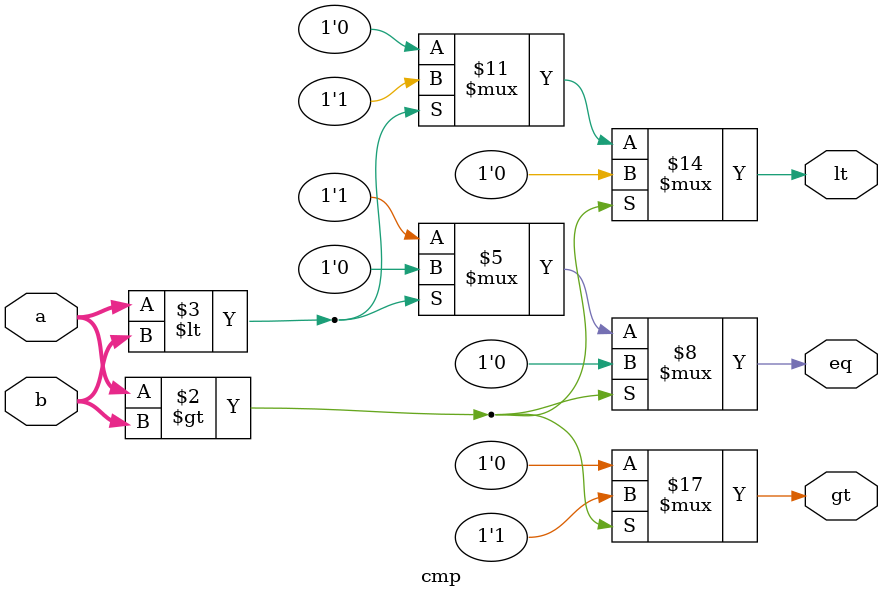
<source format=v>
`timescale 1ns/1ns

module cmp(a, b, gt, lt, eq);
	input  [7:0] a, b;
	output       gt, lt, eq;
	reg          gt, lt, eq;
	
	always@(a or b) begin
		gt <= 1'b0;
		lt <= 1'b0;
		eq <= 1'b0;
		if(a > b) begin
			gt <= 1'b1;
		end else if(a < b) begin
			lt <= 1'b1;
		end else begin
			eq <= 1'b1;
		end
	end
	
endmodule

</source>
